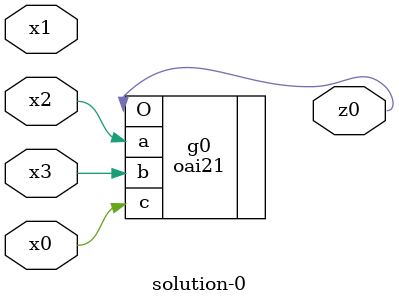
<source format=v>
module \solution-0 (
  x0, x1, x2, x3,
  z0 );
  input x0, x1, x2, x3;
  output z0;
  oai21  g0(.a(x2), .b(x3), .c(x0), .O(z0));
endmodule

</source>
